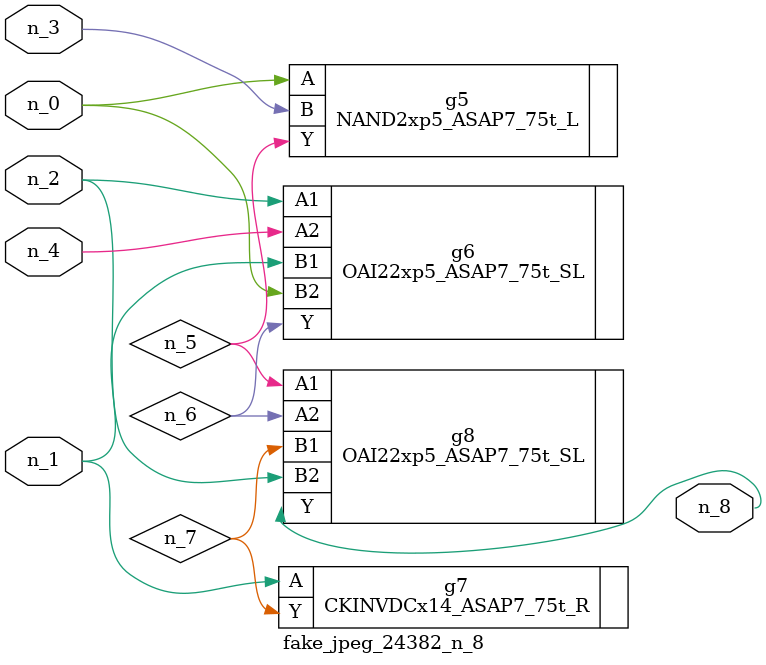
<source format=v>
module fake_jpeg_24382_n_8 (n_3, n_2, n_1, n_0, n_4, n_8);

input n_3;
input n_2;
input n_1;
input n_0;
input n_4;

output n_8;

wire n_6;
wire n_5;
wire n_7;

NAND2xp5_ASAP7_75t_L g5 ( 
.A(n_0),
.B(n_3),
.Y(n_5)
);

OAI22xp5_ASAP7_75t_SL g6 ( 
.A1(n_2),
.A2(n_4),
.B1(n_1),
.B2(n_0),
.Y(n_6)
);

CKINVDCx14_ASAP7_75t_R g7 ( 
.A(n_1),
.Y(n_7)
);

OAI22xp5_ASAP7_75t_SL g8 ( 
.A1(n_5),
.A2(n_6),
.B1(n_7),
.B2(n_2),
.Y(n_8)
);


endmodule
</source>
